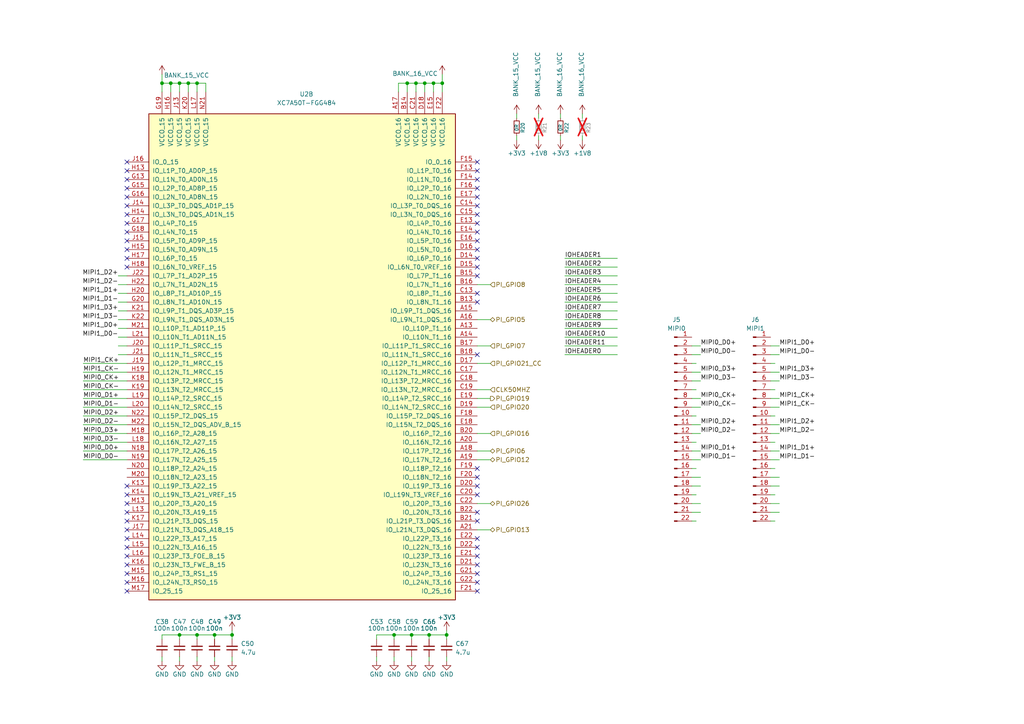
<source format=kicad_sch>
(kicad_sch (version 20250114) (generator "eeschema") (generator_version "9.0")
  (paper "A4")
  (title_block (title "FPGA Banks 15 & 16") (date "2024-03-24") (rev "1.1") (company "George Smart, M1GEO") (comment 1 "https://github.com/m1geo/Pi5-Artix-FPGA-Hat") (comment 2 "https://www.george-smart.co.uk"))
  (junction (at 128.27 24.13))
  (junction (at 120.65 24.13))
  (junction (at 46.99 24.13))
  (junction (at 119.38 184.15))
  (junction (at 124.46 184.15))
  (junction (at 54.61 24.13))
  (junction (at 49.53 24.13))
  (junction (at 57.15 24.13))
  (junction (at 52.07 24.13))
  (junction (at 123.19 24.13))
  (junction (at 125.73 24.13))
  (junction (at 52.07 184.15))
  (junction (at 62.23 184.15))
  (junction (at 57.15 184.15))
  (junction (at 118.11 24.13))
  (junction (at 67.31 184.15))
  (junction (at 114.3 184.15))
  (junction (at 129.54 184.15))
  (no_connect (at 36.83 77.47))
  (no_connect (at 138.43 85.09))
  (no_connect (at 138.43 143.51))
  (no_connect (at 138.43 62.23))
  (no_connect (at 36.83 161.29))
  (no_connect (at 138.43 54.61))
  (no_connect (at 36.83 148.59))
  (no_connect (at 138.43 64.77))
  (no_connect (at 36.83 59.69))
  (no_connect (at 138.43 77.47))
  (no_connect (at 36.83 52.07))
  (no_connect (at 138.43 163.83))
  (no_connect (at 36.83 146.05))
  (no_connect (at 36.83 153.67))
  (no_connect (at 36.83 54.61))
  (no_connect (at 138.43 135.89))
  (no_connect (at 36.83 57.15))
  (no_connect (at 36.83 168.91))
  (no_connect (at 36.83 49.53))
  (no_connect (at 138.43 156.21))
  (no_connect (at 138.43 72.39))
  (no_connect (at 36.83 69.85))
  (no_connect (at 138.43 168.91))
  (no_connect (at 138.43 171.45))
  (no_connect (at 36.83 143.51))
  (no_connect (at 138.43 140.97))
  (no_connect (at 36.83 156.21))
  (no_connect (at 36.83 171.45))
  (no_connect (at 138.43 166.37))
  (no_connect (at 138.43 151.13))
  (no_connect (at 36.83 140.97))
  (no_connect (at 138.43 161.29))
  (no_connect (at 36.83 72.39))
  (no_connect (at 138.43 148.59))
  (no_connect (at 138.43 74.93))
  (no_connect (at 138.43 80.01))
  (no_connect (at 36.83 151.13))
  (no_connect (at 36.83 46.99))
  (no_connect (at 36.83 62.23))
  (no_connect (at 138.43 87.63))
  (no_connect (at 138.43 69.85))
  (no_connect (at 36.83 158.75))
  (no_connect (at 138.43 67.31))
  (no_connect (at 36.83 67.31))
  (no_connect (at 138.43 102.87))
  (no_connect (at 138.43 52.07))
  (no_connect (at 36.83 163.83))
  (no_connect (at 36.83 64.77))
  (no_connect (at 138.43 59.69))
  (no_connect (at 138.43 158.75))
  (no_connect (at 138.43 138.43))
  (no_connect (at 138.43 57.15))
  (no_connect (at 138.43 46.99))
  (no_connect (at 36.83 74.93))
  (no_connect (at 36.83 166.37))
  (no_connect (at 138.43 49.53))
  (wire (pts (xy 24.13 118.11) (xy 36.83 118.11)))
  (wire (pts (xy 138.43 115.57) (xy 142.24 115.57)))
  (wire (pts (xy 128.27 24.13) (xy 128.27 26.67)))
  (wire (pts (xy 223.52 100.33) (xy 226.06 100.33)))
  (wire (pts (xy 200.66 125.73) (xy 203.2 125.73)))
  (wire (pts (xy 200.66 118.11) (xy 203.2 118.11)))
  (wire (pts (xy 149.86 39.37) (xy 149.86 40.64)))
  (wire (pts (xy 125.73 24.13) (xy 125.73 26.67)))
  (wire (pts (xy 223.52 107.95) (xy 226.06 107.95)))
  (wire (pts (xy 200.66 123.19) (xy 203.2 123.19)))
  (wire (pts (xy 200.66 151.13) (xy 201.93 151.13)))
  (wire (pts (xy 163.83 102.87) (xy 179.07 102.87)))
  (wire (pts (xy 223.52 130.81) (xy 226.06 130.81)))
  (wire (pts (xy 57.15 184.15) (xy 62.23 184.15)))
  (wire (pts (xy 163.83 87.63) (xy 179.07 87.63)))
  (wire (pts (xy 223.52 140.97) (xy 226.06 140.97)))
  (wire (pts (xy 24.13 133.35) (xy 36.83 133.35)))
  (wire (pts (xy 118.11 24.13) (xy 118.11 26.67)))
  (wire (pts (xy 120.65 24.13) (xy 120.65 26.67)))
  (wire (pts (xy 109.22 184.15) (xy 114.3 184.15)))
  (wire (pts (xy 138.43 105.41) (xy 142.24 105.41)))
  (wire (pts (xy 200.66 115.57) (xy 203.2 115.57)))
  (wire (pts (xy 200.66 113.03) (xy 201.93 113.03)))
  (wire (pts (xy 201.93 143.51) (xy 200.66 143.51)))
  (wire (pts (xy 123.19 24.13) (xy 120.65 24.13)))
  (wire (pts (xy 200.66 140.97) (xy 203.2 140.97)))
  (wire (pts (xy 34.29 100.33) (xy 36.83 100.33)))
  (wire (pts (xy 34.29 82.55) (xy 36.83 82.55)))
  (wire (pts (xy 59.69 26.67) (xy 59.69 24.13)))
  (wire (pts (xy 109.22 190.5) (xy 109.22 191.77)))
  (wire (pts (xy 163.83 90.17) (xy 179.07 90.17)))
  (wire (pts (xy 46.99 24.13) (xy 46.99 26.67)))
  (wire (pts (xy 59.69 24.13) (xy 57.15 24.13)))
  (wire (pts (xy 46.99 21.59) (xy 46.99 24.13)))
  (wire (pts (xy 24.13 125.73) (xy 36.83 125.73)))
  (wire (pts (xy 163.83 92.71) (xy 179.07 92.71)))
  (wire (pts (xy 46.99 185.42) (xy 46.99 184.15)))
  (wire (pts (xy 49.53 24.13) (xy 49.53 26.67)))
  (wire (pts (xy 223.52 133.35) (xy 226.06 133.35)))
  (wire (pts (xy 168.91 33.02) (xy 168.91 34.29)))
  (wire (pts (xy 129.54 182.88) (xy 129.54 184.15)))
  (wire (pts (xy 223.52 102.87) (xy 226.06 102.87)))
  (wire (pts (xy 163.83 74.93) (xy 179.07 74.93)))
  (wire (pts (xy 34.29 102.87) (xy 36.83 102.87)))
  (wire (pts (xy 57.15 26.67) (xy 57.15 24.13)))
  (wire (pts (xy 200.66 148.59) (xy 203.2 148.59)))
  (wire (pts (xy 52.07 190.5) (xy 52.07 191.77)))
  (wire (pts (xy 52.07 24.13) (xy 52.07 26.67)))
  (wire (pts (xy 123.19 24.13) (xy 123.19 26.67)))
  (wire (pts (xy 52.07 184.15) (xy 57.15 184.15)))
  (wire (pts (xy 142.24 130.81) (xy 138.43 130.81)))
  (wire (pts (xy 54.61 24.13) (xy 52.07 24.13)))
  (wire (pts (xy 201.93 105.41) (xy 200.66 105.41)))
  (wire (pts (xy 223.52 146.05) (xy 226.06 146.05)))
  (wire (pts (xy 34.29 95.25) (xy 36.83 95.25)))
  (wire (pts (xy 129.54 185.42) (xy 129.54 184.15)))
  (wire (pts (xy 163.83 97.79) (xy 179.07 97.79)))
  (wire (pts (xy 119.38 184.15) (xy 124.46 184.15)))
  (wire (pts (xy 52.07 185.42) (xy 52.07 184.15)))
  (wire (pts (xy 109.22 185.42) (xy 109.22 184.15)))
  (wire (pts (xy 223.52 138.43) (xy 226.06 138.43)))
  (wire (pts (xy 224.79 143.51) (xy 223.52 143.51)))
  (wire (pts (xy 24.13 105.41) (xy 36.83 105.41)))
  (wire (pts (xy 201.93 135.89) (xy 200.66 135.89)))
  (wire (pts (xy 24.13 130.81) (xy 36.83 130.81)))
  (wire (pts (xy 156.21 39.37) (xy 156.21 40.64)))
  (wire (pts (xy 67.31 184.15) (xy 67.31 185.42)))
  (wire (pts (xy 24.13 120.65) (xy 36.83 120.65)))
  (wire (pts (xy 128.27 24.13) (xy 125.73 24.13)))
  (wire (pts (xy 124.46 185.42) (xy 124.46 184.15)))
  (wire (pts (xy 200.66 130.81) (xy 203.2 130.81)))
  (wire (pts (xy 67.31 182.88) (xy 67.31 184.15)))
  (wire (pts (xy 142.24 133.35) (xy 138.43 133.35)))
  (wire (pts (xy 200.66 110.49) (xy 203.2 110.49)))
  (wire (pts (xy 46.99 184.15) (xy 52.07 184.15)))
  (wire (pts (xy 114.3 190.5) (xy 114.3 191.77)))
  (wire (pts (xy 34.29 80.01) (xy 36.83 80.01)))
  (wire (pts (xy 119.38 185.42) (xy 119.38 184.15)))
  (wire (pts (xy 142.24 153.67) (xy 138.43 153.67)))
  (wire (pts (xy 34.29 97.79) (xy 36.83 97.79)))
  (wire (pts (xy 24.13 110.49) (xy 36.83 110.49)))
  (wire (pts (xy 114.3 184.15) (xy 119.38 184.15)))
  (wire (pts (xy 138.43 113.03) (xy 142.24 113.03)))
  (wire (pts (xy 114.3 185.42) (xy 114.3 184.15)))
  (wire (pts (xy 57.15 185.42) (xy 57.15 184.15)))
  (wire (pts (xy 200.66 102.87) (xy 203.2 102.87)))
  (wire (pts (xy 149.86 33.02) (xy 149.86 34.29)))
  (wire (pts (xy 142.24 146.05) (xy 138.43 146.05)))
  (wire (pts (xy 138.43 100.33) (xy 142.24 100.33)))
  (wire (pts (xy 34.29 87.63) (xy 36.83 87.63)))
  (wire (pts (xy 52.07 24.13) (xy 49.53 24.13)))
  (wire (pts (xy 138.43 125.73) (xy 142.24 125.73)))
  (wire (pts (xy 138.43 92.71) (xy 142.24 92.71)))
  (wire (pts (xy 168.91 39.37) (xy 168.91 40.64)))
  (wire (pts (xy 223.52 115.57) (xy 226.06 115.57)))
  (wire (pts (xy 224.79 128.27) (xy 223.52 128.27)))
  (wire (pts (xy 224.79 135.89) (xy 223.52 135.89)))
  (wire (pts (xy 67.31 190.5) (xy 67.31 191.77)))
  (wire (pts (xy 162.56 39.37) (xy 162.56 40.64)))
  (wire (pts (xy 162.56 33.02) (xy 162.56 34.29)))
  (wire (pts (xy 223.52 113.03) (xy 224.79 113.03)))
  (wire (pts (xy 120.65 24.13) (xy 118.11 24.13)))
  (wire (pts (xy 46.99 190.5) (xy 46.99 191.77)))
  (wire (pts (xy 224.79 105.41) (xy 223.52 105.41)))
  (wire (pts (xy 124.46 190.5) (xy 124.46 191.77)))
  (wire (pts (xy 223.52 118.11) (xy 226.06 118.11)))
  (wire (pts (xy 200.66 100.33) (xy 203.2 100.33)))
  (wire (pts (xy 201.93 120.65) (xy 200.66 120.65)))
  (wire (pts (xy 163.83 85.09) (xy 179.07 85.09)))
  (wire (pts (xy 125.73 24.13) (xy 123.19 24.13)))
  (wire (pts (xy 119.38 190.5) (xy 119.38 191.77)))
  (wire (pts (xy 118.11 24.13) (xy 115.57 24.13)))
  (wire (pts (xy 24.13 113.03) (xy 36.83 113.03)))
  (wire (pts (xy 24.13 115.57) (xy 36.83 115.57)))
  (wire (pts (xy 200.66 133.35) (xy 203.2 133.35)))
  (wire (pts (xy 163.83 95.25) (xy 179.07 95.25)))
  (wire (pts (xy 138.43 118.11) (xy 142.24 118.11)))
  (wire (pts (xy 223.52 151.13) (xy 224.79 151.13)))
  (wire (pts (xy 57.15 24.13) (xy 54.61 24.13)))
  (wire (pts (xy 24.13 123.19) (xy 36.83 123.19)))
  (wire (pts (xy 200.66 138.43) (xy 203.2 138.43)))
  (wire (pts (xy 129.54 190.5) (xy 129.54 191.77)))
  (wire (pts (xy 201.93 128.27) (xy 200.66 128.27)))
  (wire (pts (xy 223.52 148.59) (xy 226.06 148.59)))
  (wire (pts (xy 163.83 100.33) (xy 179.07 100.33)))
  (wire (pts (xy 115.57 24.13) (xy 115.57 26.67)))
  (wire (pts (xy 200.66 146.05) (xy 203.2 146.05)))
  (wire (pts (xy 24.13 128.27) (xy 36.83 128.27)))
  (wire (pts (xy 54.61 26.67) (xy 54.61 24.13)))
  (wire (pts (xy 223.52 110.49) (xy 226.06 110.49)))
  (wire (pts (xy 224.79 120.65) (xy 223.52 120.65)))
  (wire (pts (xy 223.52 123.19) (xy 226.06 123.19)))
  (wire (pts (xy 34.29 92.71) (xy 36.83 92.71)))
  (wire (pts (xy 200.66 107.95) (xy 203.2 107.95)))
  (wire (pts (xy 124.46 184.15) (xy 129.54 184.15)))
  (wire (pts (xy 156.21 33.02) (xy 156.21 34.29)))
  (wire (pts (xy 34.29 85.09) (xy 36.83 85.09)))
  (wire (pts (xy 34.29 90.17) (xy 36.83 90.17)))
  (wire (pts (xy 57.15 190.5) (xy 57.15 191.77)))
  (wire (pts (xy 223.52 125.73) (xy 226.06 125.73)))
  (wire (pts (xy 163.83 82.55) (xy 179.07 82.55)))
  (wire (pts (xy 62.23 190.5) (xy 62.23 191.77)))
  (wire (pts (xy 49.53 24.13) (xy 46.99 24.13)))
  (wire (pts (xy 163.83 77.47) (xy 179.07 77.47)))
  (wire (pts (xy 163.83 80.01) (xy 179.07 80.01)))
  (wire (pts (xy 62.23 185.42) (xy 62.23 184.15)))
  (wire (pts (xy 128.27 21.59) (xy 128.27 24.13)))
  (wire (pts (xy 24.13 107.95) (xy 36.83 107.95)))
  (wire (pts (xy 138.43 82.55) (xy 142.24 82.55)))
  (wire (pts (xy 62.23 184.15) (xy 67.31 184.15)))
  (label "MIPI0_CK+" (at 203.2 115.57 0))
  (label "IOHEADER1" (at 163.83 74.93 0))
  (label "MIPI0_D3+" (at 24.13 125.73 0))
  (label "MIPI1_D3+" (at 226.06 107.95 0))
  (label "IOHEADER2" (at 163.83 77.47 0))
  (label "MIPI1_D2-" (at 226.06 125.73 0))
  (label "MIPI0_CK-" (at 203.2 118.11 0))
  (label "IOHEADER7" (at 163.83 90.17 0))
  (label "MIPI1_D2+" (at 34.29 80.01 180))
  (label "IOHEADER8" (at 163.83 92.71 0))
  (label "MIPI1_CK+" (at 226.06 115.57 0))
  (label "MIPI0_D3-" (at 24.13 128.27 0))
  (label "MIPI1_D0-" (at 226.06 102.87 0))
  (label "IOHEADER6" (at 163.83 87.63 0))
  (label "MIPI0_CK-" (at 24.13 113.03 0))
  (label "MIPI1_D2+" (at 226.06 123.19 0))
  (label "MIPI0_D2+" (at 24.13 120.65 0))
  (label "MIPI0_D0+" (at 203.2 100.33 0))
  (label "MIPI0_D2-" (at 24.13 123.19 0))
  (label "MIPI0_D1+" (at 24.13 115.57 0))
  (label "MIPI1_D0-" (at 34.29 97.79 180))
  (label "IOHEADER11" (at 163.83 100.33 0))
  (label "MIPI0_D1-" (at 24.13 118.11 0))
  (label "MIPI1_D1-" (at 34.29 87.63 180))
  (label "MIPI0_D1+" (at 203.2 130.81 0))
  (label "MIPI1_D3-" (at 34.29 92.71 180))
  (label "IOHEADER9" (at 163.83 95.25 0))
  (label "MIPI1_D1+" (at 226.06 130.81 0))
  (label "MIPI0_D2-" (at 203.2 125.73 0))
  (label "MIPI0_D1-" (at 203.2 133.35 0))
  (label "MIPI1_D0+" (at 34.29 95.25 180))
  (label "MIPI0_D3+" (at 203.2 107.95 0))
  (label "IOHEADER10" (at 163.83 97.79 0))
  (label "MIPI1_D1+" (at 34.29 85.09 180))
  (label "IOHEADER0" (at 163.83 102.87 0))
  (label "MIPI0_D0-" (at 24.13 133.35 0))
  (label "MIPI1_D2-" (at 34.29 82.55 180))
  (label "MIPI1_CK+" (at 24.13 105.41 0))
  (label "IOHEADER3" (at 163.83 80.01 0))
  (label "IOHEADER4" (at 163.83 82.55 0))
  (label "MIPI1_CK-" (at 24.13 107.95 0))
  (label "MIPI1_D3+" (at 34.29 90.17 180))
  (label "IOHEADER5" (at 163.83 85.09 0))
  (label "MIPI0_CK+" (at 24.13 110.49 0))
  (label "MIPI0_D0-" (at 203.2 102.87 0))
  (label "MIPI1_D3-" (at 226.06 110.49 0))
  (label "MIPI1_D0+" (at 226.06 100.33 0))
  (label "MIPI0_D0+" (at 24.13 130.81 0))
  (label "MIPI1_CK-" (at 226.06 118.11 0))
  (label "MIPI0_D2+" (at 203.2 123.19 0))
  (label "MIPI0_D3-" (at 203.2 110.49 0))
  (label "MIPI1_D1-" (at 226.06 133.35 0))
  (hierarchical_label "PI_GPIO26" (shape bidirectional) (at 142.24 146.05 0))
  (hierarchical_label "PI_GPIO13" (shape bidirectional) (at 142.24 153.67 0))
  (hierarchical_label "PI_GPIO12" (shape bidirectional) (at 142.24 133.35 0))
  (hierarchical_label "PI_GPIO19" (shape output) (at 142.24 115.57 0))
  (hierarchical_label "PI_GPIO6" (shape bidirectional) (at 142.24 130.81 0))
  (hierarchical_label "CLK50MHZ" (shape input) (at 142.24 113.03 0))
  (hierarchical_label "PI_GPIO16" (shape input) (at 142.24 125.73 0))
  (hierarchical_label "PI_GPIO5" (shape bidirectional) (at 142.24 92.71 0))
  (hierarchical_label "PI_GPIO21_CC" (shape input) (at 142.24 105.41 0))
  (hierarchical_label "PI_GPIO7" (shape input) (at 142.24 100.33 0))
  (hierarchical_label "PI_GPIO8" (shape input) (at 142.24 82.55 0))
  (hierarchical_label "PI_GPIO20" (shape input) (at 142.24 118.11 0))
  (symbol (lib_id "FPGA_Xilinx_Artix7:XC7A50T-FGG484") (at 87.63 100.33 0) (unit 2)
    (property "Reference" "U2" (at 88.9 27.305 0))
    (property "Value" "XC7A50T-FGG484" (at 88.9 29.845 0))
    (property "Footprint" "Package_BGA:Xilinx_FGG484" (effects (hide yes)))
    (property "Datasheet" "https://docs.xilinx.com/v/u/en-US/ds181_Artix_7_Data_Sheet" (effects (hide yes)))
    (property "LCSC" "C1550658" (effects (hide yes)))
  )
  (symbol (lib_id "Device:C_Small") (at 57.15 187.96 180) (unit 1)
    (property "Reference" "C48" (at 55.245 180.34 0) (effects (justify right)))
    (property "Value" "100n" (at 54.61 182.245 0) (effects (justify right)))
    (property "Footprint" "Capacitor_SMD:C_0402_1005Metric" (effects (hide yes)))
    (property "Datasheet" "https://datasheet.lcsc.com/lcsc/2304140030_Samsung-Electro-Mechanics-CL05B104KO5NNNC_C1525.pdf" (effects (hide yes)))
    (property "LCSC" "C1525" (effects (hide yes)))
  )
  (symbol (lib_id "Device:C_Small") (at 46.99 187.96 180) (unit 1)
    (property "Reference" "C38" (at 45.085 180.34 0) (effects (justify right)))
    (property "Value" "100n" (at 44.45 182.245 0) (effects (justify right)))
    (property "Footprint" "Capacitor_SMD:C_0402_1005Metric" (effects (hide yes)))
    (property "Datasheet" "https://datasheet.lcsc.com/lcsc/2304140030_Samsung-Electro-Mechanics-CL05B104KO5NNNC_C1525.pdf" (effects (hide yes)))
    (property "LCSC" "C1525" (effects (hide yes)))
  )
  (symbol (lib_id "power:+3V3") (at 149.86 33.02 0) (unit 1)
    (property "Reference" "#PWR0115" (effects (hide yes)))
    (property "Value" "BANK_15_VCC" (at 149.606 21.59 90))
  )
  (symbol (lib_id "power:GND") (at 124.46 191.77 0) (unit 1)
    (property "Reference" "#PWR0110" (effects (hide yes)))
    (property "Value" "GND" (at 124.46 195.58 0))
  )
  (symbol (lib_id "Device:C_Small") (at 67.31 187.96 180) (unit 1)
    (property "Reference" "C50" (at 69.85 186.6836 0) (effects (justify right)))
    (property "Value" "4.7u" (at 69.85 189.2236 0) (effects (justify right)))
    (property "Footprint" "Capacitor_SMD:C_0402_1005Metric" (effects (hide yes)))
    (property "Datasheet" "https://datasheet.lcsc.com/lcsc/2304140030_Samsung-Electro-Mechanics-CL05A475MP5NRNC_C23733.pdf" (effects (hide yes)))
    (property "LCSC" "C23733" (effects (hide yes)))
  )
  (symbol (lib_id "Device:R_Small") (at 168.91 36.83 0) (unit 1) (dnp yes)
    (property "Reference" "R23" (at 170.688 38.608 90) (effects (font (size 1.016 1.016)) (justify left)))
    (property "Value" "0R" (at 168.91 38.1 90) (effects (font (size 1 1)) (justify left)))
    (property "Footprint" "Resistor_SMD:R_0603_1608Metric" (effects (hide yes)))
    (property "Description" "Resistor, small symbol" (effects (hide yes)))
  )
  (symbol (lib_id "Device:C_Small") (at 119.38 187.96 180) (unit 1)
    (property "Reference" "C59" (at 117.475 180.34 0) (effects (justify right)))
    (property "Value" "100n" (at 116.84 182.245 0) (effects (justify right)))
    (property "Footprint" "Capacitor_SMD:C_0402_1005Metric" (effects (hide yes)))
    (property "Datasheet" "https://datasheet.lcsc.com/lcsc/2304140030_Samsung-Electro-Mechanics-CL05B104KO5NNNC_C1525.pdf" (effects (hide yes)))
    (property "LCSC" "C1525" (effects (hide yes)))
  )
  (symbol (lib_id "power:+3V3") (at 168.91 33.02 0) (unit 1)
    (property "Reference" "#PWR018" (effects (hide yes)))
    (property "Value" "BANK_16_VCC" (at 168.656 21.59 90))
  )
  (symbol (lib_id "Device:C_Small") (at 52.07 187.96 180) (unit 1)
    (property "Reference" "C47" (at 50.165 180.34 0) (effects (justify right)))
    (property "Value" "100n" (at 49.53 182.245 0) (effects (justify right)))
    (property "Footprint" "Capacitor_SMD:C_0402_1005Metric" (effects (hide yes)))
    (property "Datasheet" "https://datasheet.lcsc.com/lcsc/2304140030_Samsung-Electro-Mechanics-CL05B104KO5NNNC_C1525.pdf" (effects (hide yes)))
    (property "LCSC" "C1525" (effects (hide yes)))
  )
  (symbol (lib_id "power:+3V3") (at 149.86 40.64 180) (unit 1)
    (property "Reference" "#PWR0130" (effects (hide yes)))
    (property "Value" "+3V3" (at 149.86 44.45 0))
  )
  (symbol (lib_id "Device:C_Small") (at 129.54 187.96 180) (unit 1)
    (property "Reference" "C67" (at 132.08 186.6836 0) (effects (justify right)))
    (property "Value" "4.7u" (at 132.08 189.2236 0) (effects (justify right)))
    (property "Footprint" "Capacitor_SMD:C_0402_1005Metric" (effects (hide yes)))
    (property "Datasheet" "https://datasheet.lcsc.com/lcsc/2304140030_Samsung-Electro-Mechanics-CL05A475MP5NRNC_C23733.pdf" (effects (hide yes)))
    (property "LCSC" "C23733" (effects (hide yes)))
  )
  (symbol (lib_id "power:+3V3") (at 162.56 33.02 0) (unit 1)
    (property "Reference" "#PWR017" (effects (hide yes)))
    (property "Value" "BANK_16_VCC" (at 162.306 21.59 90))
  )
  (symbol (lib_id "power:GND") (at 119.38 191.77 0) (unit 1)
    (property "Reference" "#PWR0109" (effects (hide yes)))
    (property "Value" "GND" (at 119.38 195.58 0))
  )
  (symbol (lib_id "Device:C_Small") (at 124.46 187.96 180) (unit 1)
    (property "Reference" "C66" (at 122.555 180.34 0) (effects (justify right)))
    (property "Value" "100n" (at 121.92 182.245 0) (effects (justify right)))
    (property "Footprint" "Capacitor_SMD:C_0402_1005Metric" (effects (hide yes)))
    (property "Datasheet" "https://datasheet.lcsc.com/lcsc/2304140030_Samsung-Electro-Mechanics-CL05B104KO5NNNC_C1525.pdf" (effects (hide yes)))
    (property "LCSC" "C1525" (effects (hide yes)))
  )
  (symbol (lib_id "power:+3V3") (at 129.54 182.88 0) (unit 1)
    (property "Reference" "#PWR0111" (effects (hide yes)))
    (property "Value" "+3V3" (at 129.54 179.07 0))
  )
  (symbol (lib_id "power:+3V3") (at 168.91 40.64 180) (unit 1)
    (property "Reference" "#PWR0135" (effects (hide yes)))
    (property "Value" "+1V8" (at 168.91 44.45 0))
  )
  (symbol (lib_id "power:GND") (at 67.31 191.77 0) (unit 1)
    (property "Reference" "#PWR090" (effects (hide yes)))
    (property "Value" "GND" (at 67.31 195.58 0))
  )
  (symbol (lib_id "power:+3V3") (at 156.21 40.64 180) (unit 1)
    (property "Reference" "#PWR0131" (effects (hide yes)))
    (property "Value" "+1V8" (at 156.21 44.45 0))
  )
  (symbol (lib_id "Device:C_Small") (at 109.22 187.96 180) (unit 1)
    (property "Reference" "C53" (at 107.315 180.34 0) (effects (justify right)))
    (property "Value" "100n" (at 106.68 182.245 0) (effects (justify right)))
    (property "Footprint" "Capacitor_SMD:C_0402_1005Metric" (effects (hide yes)))
    (property "Datasheet" "https://datasheet.lcsc.com/lcsc/2304140030_Samsung-Electro-Mechanics-CL05B104KO5NNNC_C1525.pdf" (effects (hide yes)))
    (property "LCSC" "C1525" (effects (hide yes)))
  )
  (symbol (lib_id "power:GND") (at 114.3 191.77 0) (unit 1)
    (property "Reference" "#PWR0108" (effects (hide yes)))
    (property "Value" "GND" (at 114.3 195.58 0))
  )
  (symbol (lib_id "Device:R_Small") (at 162.56 36.83 0) (unit 1)
    (property "Reference" "R22" (at 164.338 38.608 90) (effects (font (size 1.016 1.016)) (justify left)))
    (property "Value" "0R" (at 162.56 38.1 90) (effects (font (size 1 1)) (justify left)))
    (property "Footprint" "Resistor_SMD:R_0603_1608Metric" (effects (hide yes)))
    (property "Description" "Resistor, small symbol" (effects (hide yes)))
  )
  (symbol (lib_id "power:+3V3") (at 46.99 21.59 0) (unit 1)
    (property "Reference" "#PWR0136" (effects (hide yes)))
    (property "Value" "BANK_15_VCC" (at 54.102 21.844 0))
  )
  (symbol (lib_id "Device:C_Small") (at 114.3 187.96 180) (unit 1)
    (property "Reference" "C58" (at 112.395 180.34 0) (effects (justify right)))
    (property "Value" "100n" (at 111.76 182.245 0) (effects (justify right)))
    (property "Footprint" "Capacitor_SMD:C_0402_1005Metric" (effects (hide yes)))
    (property "Datasheet" "https://datasheet.lcsc.com/lcsc/2304140030_Samsung-Electro-Mechanics-CL05B104KO5NNNC_C1525.pdf" (effects (hide yes)))
    (property "LCSC" "C1525" (effects (hide yes)))
  )
  (symbol (lib_id "power:+3V3") (at 156.21 33.02 0) (unit 1)
    (property "Reference" "#PWR0132" (effects (hide yes)))
    (property "Value" "BANK_15_VCC" (at 155.956 21.59 90))
  )
  (symbol (lib_id "power:GND") (at 52.07 191.77 0) (unit 1)
    (property "Reference" "#PWR083" (effects (hide yes)))
    (property "Value" "GND" (at 52.07 195.58 0))
  )
  (symbol (lib_id "power:+3V3") (at 67.31 182.88 0) (unit 1)
    (property "Reference" "#PWR086" (effects (hide yes)))
    (property "Value" "+3V3" (at 67.31 179.07 0))
  )
  (symbol (lib_id "Device:R_Small") (at 156.21 36.83 0) (unit 1) (dnp yes)
    (property "Reference" "R21" (at 157.988 38.608 90) (effects (font (size 1.016 1.016)) (justify left)))
    (property "Value" "0R" (at 156.21 38.1 90) (effects (font (size 1 1)) (justify left)))
    (property "Footprint" "Resistor_SMD:R_0603_1608Metric" (effects (hide yes)))
    (property "Description" "Resistor, small symbol" (effects (hide yes)))
  )
  (symbol (lib_id "power:GND") (at 46.99 191.77 0) (unit 1)
    (property "Reference" "#PWR082" (effects (hide yes)))
    (property "Value" "GND" (at 46.99 195.58 0))
  )
  (symbol (lib_id "power:+3V3") (at 128.27 21.59 0) (unit 1)
    (property "Reference" "#PWR0106" (effects (hide yes)))
    (property "Value" "BANK_16_VCC" (at 120.396 21.336 0))
  )
  (symbol (lib_id "power:GND") (at 62.23 191.77 0) (unit 1)
    (property "Reference" "#PWR085" (effects (hide yes)))
    (property "Value" "GND" (at 62.23 195.58 0))
  )
  (symbol (lib_id "power:GND") (at 57.15 191.77 0) (unit 1)
    (property "Reference" "#PWR084" (effects (hide yes)))
    (property "Value" "GND" (at 57.15 195.58 0))
  )
  (symbol (lib_id "power:GND") (at 109.22 191.77 0) (unit 1)
    (property "Reference" "#PWR0107" (effects (hide yes)))
    (property "Value" "GND" (at 109.22 195.58 0))
  )
  (symbol (lib_id "Device:C_Small") (at 62.23 187.96 180) (unit 1)
    (property "Reference" "C49" (at 60.325 180.34 0) (effects (justify right)))
    (property "Value" "100n" (at 59.69 182.245 0) (effects (justify right)))
    (property "Footprint" "Capacitor_SMD:C_0402_1005Metric" (effects (hide yes)))
    (property "Datasheet" "https://datasheet.lcsc.com/lcsc/2304140030_Samsung-Electro-Mechanics-CL05B104KO5NNNC_C1525.pdf" (effects (hide yes)))
    (property "LCSC" "C1525" (effects (hide yes)))
  )
  (symbol (lib_id "Connector:Conn_01x22_Pin") (at 195.58 123.19 0) (unit 1)
    (property "Reference" "J5" (at 196.215 92.71 0))
    (property "Value" "MIPI0" (at 196.215 95.25 0))
    (property "Footprint" "Connector_FFC-FPC:Amphenol_F32Q-1A7x1-11022_1x22-1MP_P0.5mm_Horizontal" (effects (hide yes)))
    (property "Description" "Generic connector, single row, 01x22, script generated" (effects (hide yes)))
  )
  (symbol (lib_id "Connector:Conn_01x22_Pin") (at 218.44 123.19 0) (unit 1)
    (property "Reference" "J6" (at 219.075 92.71 0))
    (property "Value" "MIPI1" (at 219.075 95.25 0))
    (property "Footprint" "Connector_FFC-FPC:Amphenol_F32Q-1A7x1-11022_1x22-1MP_P0.5mm_Horizontal" (effects (hide yes)))
    (property "Description" "Generic connector, single row, 01x22, script generated" (effects (hide yes)))
  )
  (symbol (lib_id "power:+3V3") (at 162.56 40.64 180) (unit 1)
    (property "Reference" "#PWR0134" (effects (hide yes)))
    (property "Value" "+3V3" (at 162.56 44.45 0))
  )
  (symbol (lib_id "power:GND") (at 129.54 191.77 0) (unit 1)
    (property "Reference" "#PWR0112" (effects (hide yes)))
    (property "Value" "GND" (at 129.54 195.58 0))
  )
  (symbol (lib_id "Device:R_Small") (at 149.86 36.83 0) (unit 1)
    (property "Reference" "R20" (at 151.638 38.608 90) (effects (font (size 1.016 1.016)) (justify left)))
    (property "Value" "0R" (at 149.86 38.1 90) (effects (font (size 1 1)) (justify left)))
    (property "Footprint" "Resistor_SMD:R_0603_1608Metric" (effects (hide yes)))
    (property "Description" "Resistor, small symbol" (effects (hide yes)))
  )
)
</source>
